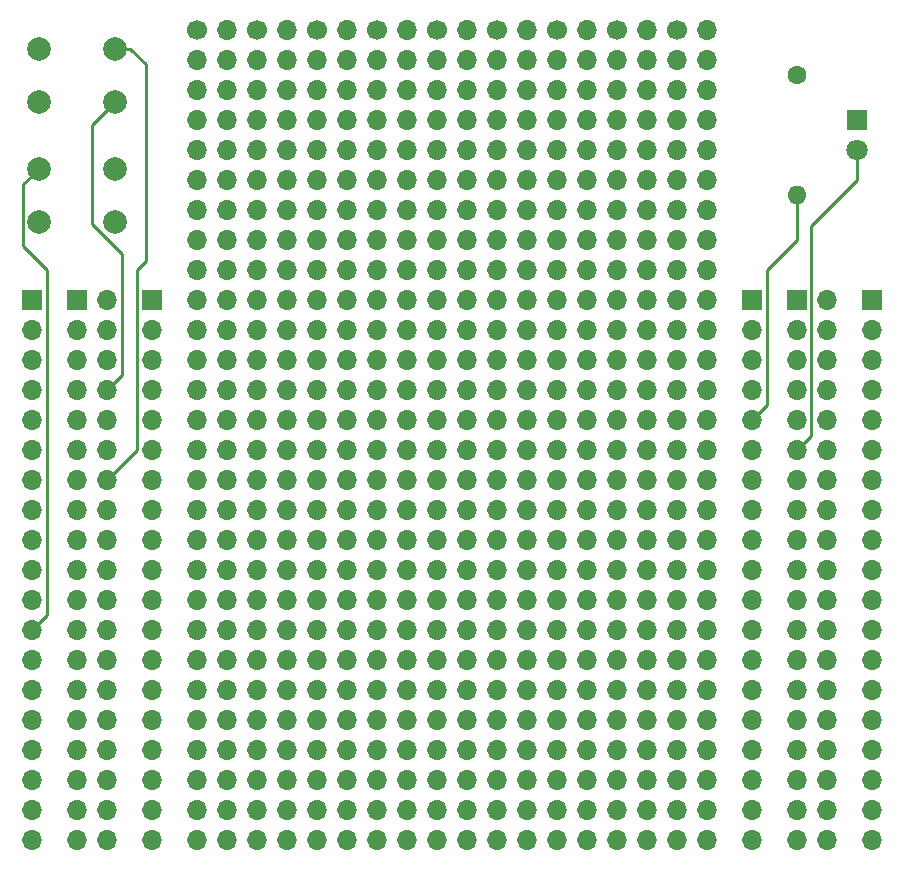
<source format=gbr>
G04 #@! TF.GenerationSoftware,KiCad,Pcbnew,7.0.2-6a45011f42~172~ubuntu22.04.1*
G04 #@! TF.CreationDate,2023-04-25T07:55:45+09:00*
G04 #@! TF.ProjectId,Akashi-15,416b6173-6869-42d3-9135-2e6b69636164,rev?*
G04 #@! TF.SameCoordinates,Original*
G04 #@! TF.FileFunction,Copper,L2,Bot*
G04 #@! TF.FilePolarity,Positive*
%FSLAX46Y46*%
G04 Gerber Fmt 4.6, Leading zero omitted, Abs format (unit mm)*
G04 Created by KiCad (PCBNEW 7.0.2-6a45011f42~172~ubuntu22.04.1) date 2023-04-25 07:55:45*
%MOMM*%
%LPD*%
G01*
G04 APERTURE LIST*
G04 #@! TA.AperFunction,ComponentPad*
%ADD10C,2.000000*%
G04 #@! TD*
G04 #@! TA.AperFunction,ComponentPad*
%ADD11R,1.700000X1.700000*%
G04 #@! TD*
G04 #@! TA.AperFunction,ComponentPad*
%ADD12O,1.700000X1.700000*%
G04 #@! TD*
G04 #@! TA.AperFunction,ComponentPad*
%ADD13C,1.700000*%
G04 #@! TD*
G04 #@! TA.AperFunction,ComponentPad*
%ADD14R,1.800000X1.800000*%
G04 #@! TD*
G04 #@! TA.AperFunction,ComponentPad*
%ADD15C,1.800000*%
G04 #@! TD*
G04 #@! TA.AperFunction,ComponentPad*
%ADD16C,1.600000*%
G04 #@! TD*
G04 #@! TA.AperFunction,ComponentPad*
%ADD17O,1.600000X1.600000*%
G04 #@! TD*
G04 #@! TA.AperFunction,Conductor*
%ADD18C,0.250000*%
G04 #@! TD*
G04 APERTURE END LIST*
D10*
X118670000Y-77760000D03*
X125170000Y-77760000D03*
X118670000Y-82260000D03*
X125170000Y-82260000D03*
D11*
X118110000Y-88900000D03*
D12*
X118110000Y-91440000D03*
X118110000Y-93980000D03*
X118110000Y-96520000D03*
X118110000Y-99060000D03*
X118110000Y-101600000D03*
X118110000Y-104140000D03*
X118110000Y-106680000D03*
X118110000Y-109220000D03*
X118110000Y-111760000D03*
X118110000Y-114300000D03*
X118110000Y-116840000D03*
X118110000Y-119380000D03*
X118110000Y-121920000D03*
X118110000Y-124460000D03*
X118110000Y-127000000D03*
X118110000Y-129540000D03*
X118110000Y-132080000D03*
X118110000Y-134620000D03*
D13*
X152400000Y-66040000D03*
D12*
X154940000Y-66040000D03*
X152400000Y-68580000D03*
X154940000Y-68580000D03*
X152400000Y-71120000D03*
X154940000Y-71120000D03*
X152400000Y-73660000D03*
X154940000Y-73660000D03*
X152400000Y-76200000D03*
X154940000Y-76200000D03*
X152400000Y-78740000D03*
X154940000Y-78740000D03*
X152400000Y-81280000D03*
X154940000Y-81280000D03*
X152400000Y-83820000D03*
X154940000Y-83820000D03*
X152400000Y-86360000D03*
X154940000Y-86360000D03*
X152400000Y-88900000D03*
X154940000Y-88900000D03*
X152400000Y-91440000D03*
X154940000Y-91440000D03*
X152400000Y-93980000D03*
X154940000Y-93980000D03*
X152400000Y-96520000D03*
X154940000Y-96520000D03*
X152400000Y-99060000D03*
X154940000Y-99060000D03*
X152400000Y-101600000D03*
X154940000Y-101600000D03*
X152400000Y-104140000D03*
X154940000Y-104140000D03*
X152400000Y-106680000D03*
X154940000Y-106680000D03*
X152400000Y-109220000D03*
X154940000Y-109220000D03*
X152400000Y-111760000D03*
X154940000Y-111760000D03*
X152400000Y-114300000D03*
X154940000Y-114300000D03*
X152400000Y-116840000D03*
X154940000Y-116840000D03*
X152400000Y-119380000D03*
X154940000Y-119380000D03*
X152400000Y-121920000D03*
X154940000Y-121920000D03*
X152400000Y-124460000D03*
X154940000Y-124460000D03*
X152400000Y-127000000D03*
X154940000Y-127000000D03*
X152400000Y-129540000D03*
X154940000Y-129540000D03*
X152400000Y-132080000D03*
X154940000Y-132080000D03*
X152400000Y-134620000D03*
X154940000Y-134620000D03*
D14*
X187960000Y-73660000D03*
D15*
X187960000Y-76200000D03*
D11*
X189230000Y-88900000D03*
D12*
X189230000Y-91440000D03*
X189230000Y-93980000D03*
X189230000Y-96520000D03*
X189230000Y-99060000D03*
X189230000Y-101600000D03*
X189230000Y-104140000D03*
X189230000Y-106680000D03*
X189230000Y-109220000D03*
X189230000Y-111760000D03*
X189230000Y-114300000D03*
X189230000Y-116840000D03*
X189230000Y-119380000D03*
X189230000Y-121920000D03*
X189230000Y-124460000D03*
X189230000Y-127000000D03*
X189230000Y-129540000D03*
X189230000Y-132080000D03*
X189230000Y-134620000D03*
D11*
X179070000Y-88900000D03*
D12*
X179070000Y-91440000D03*
X179070000Y-93980000D03*
X179070000Y-96520000D03*
X179070000Y-99060000D03*
X179070000Y-101600000D03*
X179070000Y-104140000D03*
X179070000Y-106680000D03*
X179070000Y-109220000D03*
X179070000Y-111760000D03*
X179070000Y-114300000D03*
X179070000Y-116840000D03*
X179070000Y-119380000D03*
X179070000Y-121920000D03*
X179070000Y-124460000D03*
X179070000Y-127000000D03*
X179070000Y-129540000D03*
X179070000Y-132080000D03*
X179070000Y-134620000D03*
D13*
X172720000Y-66040000D03*
D12*
X175260000Y-66040000D03*
X172720000Y-68580000D03*
X175260000Y-68580000D03*
X172720000Y-71120000D03*
X175260000Y-71120000D03*
X172720000Y-73660000D03*
X175260000Y-73660000D03*
X172720000Y-76200000D03*
X175260000Y-76200000D03*
X172720000Y-78740000D03*
X175260000Y-78740000D03*
X172720000Y-81280000D03*
X175260000Y-81280000D03*
X172720000Y-83820000D03*
X175260000Y-83820000D03*
X172720000Y-86360000D03*
X175260000Y-86360000D03*
X172720000Y-88900000D03*
X175260000Y-88900000D03*
X172720000Y-91440000D03*
X175260000Y-91440000D03*
X172720000Y-93980000D03*
X175260000Y-93980000D03*
X172720000Y-96520000D03*
X175260000Y-96520000D03*
X172720000Y-99060000D03*
X175260000Y-99060000D03*
X172720000Y-101600000D03*
X175260000Y-101600000D03*
X172720000Y-104140000D03*
X175260000Y-104140000D03*
X172720000Y-106680000D03*
X175260000Y-106680000D03*
X172720000Y-109220000D03*
X175260000Y-109220000D03*
X172720000Y-111760000D03*
X175260000Y-111760000D03*
X172720000Y-114300000D03*
X175260000Y-114300000D03*
X172720000Y-116840000D03*
X175260000Y-116840000D03*
X172720000Y-119380000D03*
X175260000Y-119380000D03*
X172720000Y-121920000D03*
X175260000Y-121920000D03*
X172720000Y-124460000D03*
X175260000Y-124460000D03*
X172720000Y-127000000D03*
X175260000Y-127000000D03*
X172720000Y-129540000D03*
X175260000Y-129540000D03*
X172720000Y-132080000D03*
X175260000Y-132080000D03*
X172720000Y-134620000D03*
X175260000Y-134620000D03*
D13*
X142240000Y-66040000D03*
D12*
X144780000Y-66040000D03*
X142240000Y-68580000D03*
X144780000Y-68580000D03*
X142240000Y-71120000D03*
X144780000Y-71120000D03*
X142240000Y-73660000D03*
X144780000Y-73660000D03*
X142240000Y-76200000D03*
X144780000Y-76200000D03*
X142240000Y-78740000D03*
X144780000Y-78740000D03*
X142240000Y-81280000D03*
X144780000Y-81280000D03*
X142240000Y-83820000D03*
X144780000Y-83820000D03*
X142240000Y-86360000D03*
X144780000Y-86360000D03*
X142240000Y-88900000D03*
X144780000Y-88900000D03*
X142240000Y-91440000D03*
X144780000Y-91440000D03*
X142240000Y-93980000D03*
X144780000Y-93980000D03*
X142240000Y-96520000D03*
X144780000Y-96520000D03*
X142240000Y-99060000D03*
X144780000Y-99060000D03*
X142240000Y-101600000D03*
X144780000Y-101600000D03*
X142240000Y-104140000D03*
X144780000Y-104140000D03*
X142240000Y-106680000D03*
X144780000Y-106680000D03*
X142240000Y-109220000D03*
X144780000Y-109220000D03*
X142240000Y-111760000D03*
X144780000Y-111760000D03*
X142240000Y-114300000D03*
X144780000Y-114300000D03*
X142240000Y-116840000D03*
X144780000Y-116840000D03*
X142240000Y-119380000D03*
X144780000Y-119380000D03*
X142240000Y-121920000D03*
X144780000Y-121920000D03*
X142240000Y-124460000D03*
X144780000Y-124460000D03*
X142240000Y-127000000D03*
X144780000Y-127000000D03*
X142240000Y-129540000D03*
X144780000Y-129540000D03*
X142240000Y-132080000D03*
X144780000Y-132080000D03*
X142240000Y-134620000D03*
X144780000Y-134620000D03*
D13*
X157480000Y-66040000D03*
D12*
X160020000Y-66040000D03*
X157480000Y-68580000D03*
X160020000Y-68580000D03*
X157480000Y-71120000D03*
X160020000Y-71120000D03*
X157480000Y-73660000D03*
X160020000Y-73660000D03*
X157480000Y-76200000D03*
X160020000Y-76200000D03*
X157480000Y-78740000D03*
X160020000Y-78740000D03*
X157480000Y-81280000D03*
X160020000Y-81280000D03*
X157480000Y-83820000D03*
X160020000Y-83820000D03*
X157480000Y-86360000D03*
X160020000Y-86360000D03*
X157480000Y-88900000D03*
X160020000Y-88900000D03*
X157480000Y-91440000D03*
X160020000Y-91440000D03*
X157480000Y-93980000D03*
X160020000Y-93980000D03*
X157480000Y-96520000D03*
X160020000Y-96520000D03*
X157480000Y-99060000D03*
X160020000Y-99060000D03*
X157480000Y-101600000D03*
X160020000Y-101600000D03*
X157480000Y-104140000D03*
X160020000Y-104140000D03*
X157480000Y-106680000D03*
X160020000Y-106680000D03*
X157480000Y-109220000D03*
X160020000Y-109220000D03*
X157480000Y-111760000D03*
X160020000Y-111760000D03*
X157480000Y-114300000D03*
X160020000Y-114300000D03*
X157480000Y-116840000D03*
X160020000Y-116840000D03*
X157480000Y-119380000D03*
X160020000Y-119380000D03*
X157480000Y-121920000D03*
X160020000Y-121920000D03*
X157480000Y-124460000D03*
X160020000Y-124460000D03*
X157480000Y-127000000D03*
X160020000Y-127000000D03*
X157480000Y-129540000D03*
X160020000Y-129540000D03*
X157480000Y-132080000D03*
X160020000Y-132080000D03*
X157480000Y-134620000D03*
X160020000Y-134620000D03*
D16*
X182880000Y-69850000D03*
D17*
X182880000Y-80010000D03*
D13*
X132080000Y-66040000D03*
D12*
X134620000Y-66040000D03*
X132080000Y-68580000D03*
X134620000Y-68580000D03*
X132080000Y-71120000D03*
X134620000Y-71120000D03*
X132080000Y-73660000D03*
X134620000Y-73660000D03*
X132080000Y-76200000D03*
X134620000Y-76200000D03*
X132080000Y-78740000D03*
X134620000Y-78740000D03*
X132080000Y-81280000D03*
X134620000Y-81280000D03*
X132080000Y-83820000D03*
X134620000Y-83820000D03*
X132080000Y-86360000D03*
X134620000Y-86360000D03*
X132080000Y-88900000D03*
X134620000Y-88900000D03*
X132080000Y-91440000D03*
X134620000Y-91440000D03*
X132080000Y-93980000D03*
X134620000Y-93980000D03*
X132080000Y-96520000D03*
X134620000Y-96520000D03*
X132080000Y-99060000D03*
X134620000Y-99060000D03*
X132080000Y-101600000D03*
X134620000Y-101600000D03*
X132080000Y-104140000D03*
X134620000Y-104140000D03*
X132080000Y-106680000D03*
X134620000Y-106680000D03*
X132080000Y-109220000D03*
X134620000Y-109220000D03*
X132080000Y-111760000D03*
X134620000Y-111760000D03*
X132080000Y-114300000D03*
X134620000Y-114300000D03*
X132080000Y-116840000D03*
X134620000Y-116840000D03*
X132080000Y-119380000D03*
X134620000Y-119380000D03*
X132080000Y-121920000D03*
X134620000Y-121920000D03*
X132080000Y-124460000D03*
X134620000Y-124460000D03*
X132080000Y-127000000D03*
X134620000Y-127000000D03*
X132080000Y-129540000D03*
X134620000Y-129540000D03*
X132080000Y-132080000D03*
X134620000Y-132080000D03*
X132080000Y-134620000D03*
X134620000Y-134620000D03*
D10*
X118670000Y-67600000D03*
X125170000Y-67600000D03*
X118670000Y-72100000D03*
X125170000Y-72100000D03*
D13*
X167640000Y-66040000D03*
D12*
X170180000Y-66040000D03*
X167640000Y-68580000D03*
X170180000Y-68580000D03*
X167640000Y-71120000D03*
X170180000Y-71120000D03*
X167640000Y-73660000D03*
X170180000Y-73660000D03*
X167640000Y-76200000D03*
X170180000Y-76200000D03*
X167640000Y-78740000D03*
X170180000Y-78740000D03*
X167640000Y-81280000D03*
X170180000Y-81280000D03*
X167640000Y-83820000D03*
X170180000Y-83820000D03*
X167640000Y-86360000D03*
X170180000Y-86360000D03*
X167640000Y-88900000D03*
X170180000Y-88900000D03*
X167640000Y-91440000D03*
X170180000Y-91440000D03*
X167640000Y-93980000D03*
X170180000Y-93980000D03*
X167640000Y-96520000D03*
X170180000Y-96520000D03*
X167640000Y-99060000D03*
X170180000Y-99060000D03*
X167640000Y-101600000D03*
X170180000Y-101600000D03*
X167640000Y-104140000D03*
X170180000Y-104140000D03*
X167640000Y-106680000D03*
X170180000Y-106680000D03*
X167640000Y-109220000D03*
X170180000Y-109220000D03*
X167640000Y-111760000D03*
X170180000Y-111760000D03*
X167640000Y-114300000D03*
X170180000Y-114300000D03*
X167640000Y-116840000D03*
X170180000Y-116840000D03*
X167640000Y-119380000D03*
X170180000Y-119380000D03*
X167640000Y-121920000D03*
X170180000Y-121920000D03*
X167640000Y-124460000D03*
X170180000Y-124460000D03*
X167640000Y-127000000D03*
X170180000Y-127000000D03*
X167640000Y-129540000D03*
X170180000Y-129540000D03*
X167640000Y-132080000D03*
X170180000Y-132080000D03*
X167640000Y-134620000D03*
X170180000Y-134620000D03*
D13*
X137160000Y-66040000D03*
D12*
X139700000Y-66040000D03*
X137160000Y-68580000D03*
X139700000Y-68580000D03*
X137160000Y-71120000D03*
X139700000Y-71120000D03*
X137160000Y-73660000D03*
X139700000Y-73660000D03*
X137160000Y-76200000D03*
X139700000Y-76200000D03*
X137160000Y-78740000D03*
X139700000Y-78740000D03*
X137160000Y-81280000D03*
X139700000Y-81280000D03*
X137160000Y-83820000D03*
X139700000Y-83820000D03*
X137160000Y-86360000D03*
X139700000Y-86360000D03*
X137160000Y-88900000D03*
X139700000Y-88900000D03*
X137160000Y-91440000D03*
X139700000Y-91440000D03*
X137160000Y-93980000D03*
X139700000Y-93980000D03*
X137160000Y-96520000D03*
X139700000Y-96520000D03*
X137160000Y-99060000D03*
X139700000Y-99060000D03*
X137160000Y-101600000D03*
X139700000Y-101600000D03*
X137160000Y-104140000D03*
X139700000Y-104140000D03*
X137160000Y-106680000D03*
X139700000Y-106680000D03*
X137160000Y-109220000D03*
X139700000Y-109220000D03*
X137160000Y-111760000D03*
X139700000Y-111760000D03*
X137160000Y-114300000D03*
X139700000Y-114300000D03*
X137160000Y-116840000D03*
X139700000Y-116840000D03*
X137160000Y-119380000D03*
X139700000Y-119380000D03*
X137160000Y-121920000D03*
X139700000Y-121920000D03*
X137160000Y-124460000D03*
X139700000Y-124460000D03*
X137160000Y-127000000D03*
X139700000Y-127000000D03*
X137160000Y-129540000D03*
X139700000Y-129540000D03*
X137160000Y-132080000D03*
X139700000Y-132080000D03*
X137160000Y-134620000D03*
X139700000Y-134620000D03*
D11*
X128270000Y-88900000D03*
D12*
X128270000Y-91440000D03*
X128270000Y-93980000D03*
X128270000Y-96520000D03*
X128270000Y-99060000D03*
X128270000Y-101600000D03*
X128270000Y-104140000D03*
X128270000Y-106680000D03*
X128270000Y-109220000D03*
X128270000Y-111760000D03*
X128270000Y-114300000D03*
X128270000Y-116840000D03*
X128270000Y-119380000D03*
X128270000Y-121920000D03*
X128270000Y-124460000D03*
X128270000Y-127000000D03*
X128270000Y-129540000D03*
X128270000Y-132080000D03*
X128270000Y-134620000D03*
D13*
X147320000Y-66040000D03*
D12*
X149860000Y-66040000D03*
X147320000Y-68580000D03*
X149860000Y-68580000D03*
X147320000Y-71120000D03*
X149860000Y-71120000D03*
X147320000Y-73660000D03*
X149860000Y-73660000D03*
X147320000Y-76200000D03*
X149860000Y-76200000D03*
X147320000Y-78740000D03*
X149860000Y-78740000D03*
X147320000Y-81280000D03*
X149860000Y-81280000D03*
X147320000Y-83820000D03*
X149860000Y-83820000D03*
X147320000Y-86360000D03*
X149860000Y-86360000D03*
X147320000Y-88900000D03*
X149860000Y-88900000D03*
X147320000Y-91440000D03*
X149860000Y-91440000D03*
X147320000Y-93980000D03*
X149860000Y-93980000D03*
X147320000Y-96520000D03*
X149860000Y-96520000D03*
X147320000Y-99060000D03*
X149860000Y-99060000D03*
X147320000Y-101600000D03*
X149860000Y-101600000D03*
X147320000Y-104140000D03*
X149860000Y-104140000D03*
X147320000Y-106680000D03*
X149860000Y-106680000D03*
X147320000Y-109220000D03*
X149860000Y-109220000D03*
X147320000Y-111760000D03*
X149860000Y-111760000D03*
X147320000Y-114300000D03*
X149860000Y-114300000D03*
X147320000Y-116840000D03*
X149860000Y-116840000D03*
X147320000Y-119380000D03*
X149860000Y-119380000D03*
X147320000Y-121920000D03*
X149860000Y-121920000D03*
X147320000Y-124460000D03*
X149860000Y-124460000D03*
X147320000Y-127000000D03*
X149860000Y-127000000D03*
X147320000Y-129540000D03*
X149860000Y-129540000D03*
X147320000Y-132080000D03*
X149860000Y-132080000D03*
X147320000Y-134620000D03*
X149860000Y-134620000D03*
D13*
X162560000Y-66040000D03*
D12*
X165100000Y-66040000D03*
X162560000Y-68580000D03*
X165100000Y-68580000D03*
X162560000Y-71120000D03*
X165100000Y-71120000D03*
X162560000Y-73660000D03*
X165100000Y-73660000D03*
X162560000Y-76200000D03*
X165100000Y-76200000D03*
X162560000Y-78740000D03*
X165100000Y-78740000D03*
X162560000Y-81280000D03*
X165100000Y-81280000D03*
X162560000Y-83820000D03*
X165100000Y-83820000D03*
X162560000Y-86360000D03*
X165100000Y-86360000D03*
X162560000Y-88900000D03*
X165100000Y-88900000D03*
X162560000Y-91440000D03*
X165100000Y-91440000D03*
X162560000Y-93980000D03*
X165100000Y-93980000D03*
X162560000Y-96520000D03*
X165100000Y-96520000D03*
X162560000Y-99060000D03*
X165100000Y-99060000D03*
X162560000Y-101600000D03*
X165100000Y-101600000D03*
X162560000Y-104140000D03*
X165100000Y-104140000D03*
X162560000Y-106680000D03*
X165100000Y-106680000D03*
X162560000Y-109220000D03*
X165100000Y-109220000D03*
X162560000Y-111760000D03*
X165100000Y-111760000D03*
X162560000Y-114300000D03*
X165100000Y-114300000D03*
X162560000Y-116840000D03*
X165100000Y-116840000D03*
X162560000Y-119380000D03*
X165100000Y-119380000D03*
X162560000Y-121920000D03*
X165100000Y-121920000D03*
X162560000Y-124460000D03*
X165100000Y-124460000D03*
X162560000Y-127000000D03*
X165100000Y-127000000D03*
X162560000Y-129540000D03*
X165100000Y-129540000D03*
X162560000Y-132080000D03*
X165100000Y-132080000D03*
X162560000Y-134620000D03*
X165100000Y-134620000D03*
D11*
X182880000Y-88900000D03*
D12*
X185420000Y-88900000D03*
X182880000Y-91440000D03*
X185420000Y-91440000D03*
X182880000Y-93980000D03*
X185420000Y-93980000D03*
X182880000Y-96520000D03*
X185420000Y-96520000D03*
X182880000Y-99060000D03*
X185420000Y-99060000D03*
X182880000Y-101600000D03*
X185420000Y-101600000D03*
X182880000Y-104140000D03*
X185420000Y-104140000D03*
X182880000Y-106680000D03*
X185420000Y-106680000D03*
X182880000Y-109220000D03*
X185420000Y-109220000D03*
X182880000Y-111760000D03*
X185420000Y-111760000D03*
X182880000Y-114300000D03*
X185420000Y-114300000D03*
X182880000Y-116840000D03*
X185420000Y-116840000D03*
X182880000Y-119380000D03*
X185420000Y-119380000D03*
X182880000Y-121920000D03*
X185420000Y-121920000D03*
X182880000Y-124460000D03*
X185420000Y-124460000D03*
X182880000Y-127000000D03*
X185420000Y-127000000D03*
X182880000Y-129540000D03*
X185420000Y-129540000D03*
X182880000Y-132080000D03*
X185420000Y-132080000D03*
X182880000Y-134620000D03*
X185420000Y-134620000D03*
D11*
X121920000Y-88900000D03*
D12*
X124460000Y-88900000D03*
X121920000Y-91440000D03*
X124460000Y-91440000D03*
X121920000Y-93980000D03*
X124460000Y-93980000D03*
X121920000Y-96520000D03*
X124460000Y-96520000D03*
X121920000Y-99060000D03*
X124460000Y-99060000D03*
X121920000Y-101600000D03*
X124460000Y-101600000D03*
X121920000Y-104140000D03*
X124460000Y-104140000D03*
X121920000Y-106680000D03*
X124460000Y-106680000D03*
X121920000Y-109220000D03*
X124460000Y-109220000D03*
X121920000Y-111760000D03*
X124460000Y-111760000D03*
X121920000Y-114300000D03*
X124460000Y-114300000D03*
X121920000Y-116840000D03*
X124460000Y-116840000D03*
X121920000Y-119380000D03*
X124460000Y-119380000D03*
X121920000Y-121920000D03*
X124460000Y-121920000D03*
X121920000Y-124460000D03*
X124460000Y-124460000D03*
X121920000Y-127000000D03*
X124460000Y-127000000D03*
X121920000Y-129540000D03*
X124460000Y-129540000D03*
X121920000Y-132080000D03*
X124460000Y-132080000D03*
X121920000Y-134620000D03*
X124460000Y-134620000D03*
D18*
X127765000Y-68925000D02*
X126440000Y-67600000D01*
X127000000Y-86360000D02*
X127765000Y-85595000D01*
X127765000Y-85595000D02*
X127765000Y-68925000D01*
X127000000Y-101600000D02*
X124460000Y-104140000D01*
X127000000Y-86360000D02*
X127000000Y-101600000D01*
X126440000Y-67600000D02*
X125170000Y-67600000D01*
X117345000Y-84325000D02*
X117345000Y-79085000D01*
X118110000Y-116840000D02*
X119380000Y-115570000D01*
X119380000Y-86360000D02*
X117345000Y-84325000D01*
X119380000Y-115570000D02*
X119380000Y-86360000D01*
X117345000Y-79085000D02*
X118670000Y-77760000D01*
X184055000Y-100425000D02*
X184055000Y-82645000D01*
X182880000Y-101600000D02*
X184055000Y-100425000D01*
X184055000Y-82645000D02*
X187960000Y-78740000D01*
X187960000Y-78740000D02*
X187960000Y-76200000D01*
X124460000Y-96520000D02*
X125730000Y-95250000D01*
X123190000Y-74080000D02*
X125170000Y-72100000D01*
X125730000Y-85000000D02*
X123190000Y-82460000D01*
X123190000Y-82460000D02*
X123190000Y-74080000D01*
X125730000Y-95250000D02*
X125730000Y-85000000D01*
X182880000Y-83820000D02*
X182880000Y-80010000D01*
X180340000Y-97790000D02*
X180340000Y-86360000D01*
X180340000Y-86360000D02*
X182880000Y-83820000D01*
X179070000Y-99060000D02*
X180340000Y-97790000D01*
M02*

</source>
